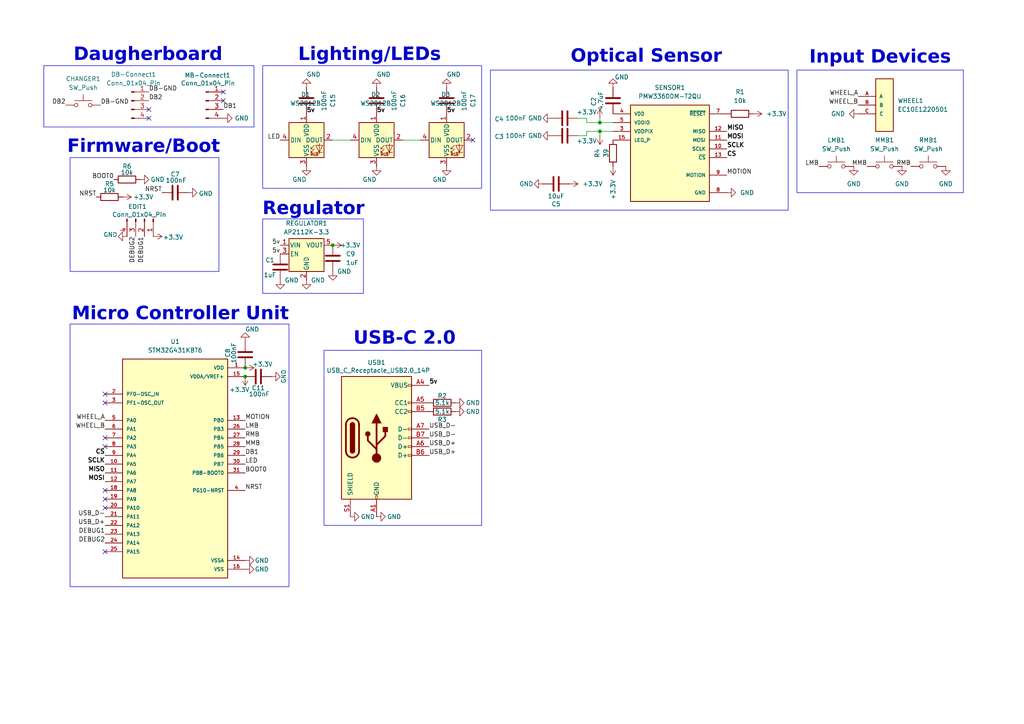
<source format=kicad_sch>
(kicad_sch (version 20250114) (generator "eeschema") (generator_version "9.0")
  (paper "A4")
  (title_block (title "My Custom Mouse") (date "2026-01-03") (company "Synarix"))
  (lib_symbols
    (symbol "Connector:Conn_01x04_Pin" (pin_names (offset 1.016) (hide yes))
      (property "Reference" "J" (at 0 5.08 0))
      (property "Value" "Conn_01x04_Pin" (at 0 -7.62 0))
      (symbol "Conn_01x04_Pin_1_1"
        (rectangle (start 0.8636 2.667) (end 0 2.413) (stroke (width 0.1524)) (fill (type outline)))
        (rectangle (start 0.8636 0.127) (end 0 -0.127) (stroke (width 0.1524)) (fill (type outline)))
        (rectangle (start 0.8636 -2.413) (end 0 -2.667) (stroke (width 0.1524)) (fill (type outline)))
        (rectangle (start 0.8636 -4.953) (end 0 -5.207) (stroke (width 0.1524)) (fill (type outline)))
        (polyline (pts (xy 1.27 2.54) (xy 0.8636 2.54)) (stroke (width 0.1524)))
        (polyline (pts (xy 1.27 0) (xy 0.8636 0)) (stroke (width 0.1524)))
        (polyline (pts (xy 1.27 -2.54) (xy 0.8636 -2.54)) (stroke (width 0.1524)))
        (polyline (pts (xy 1.27 -5.08) (xy 0.8636 -5.08)) (stroke (width 0.1524)))
        (pin passive line (at 5.08 2.54 180) (length 3.81) (name "Pin_1") (number "1"))
        (pin passive line (at 5.08 0 180) (length 3.81) (name "Pin_2") (number "2"))
        (pin passive line (at 5.08 -2.54 180) (length 3.81) (name "Pin_3") (number "3"))
        (pin passive line (at 5.08 -5.08 180) (length 3.81) (name "Pin_4") (number "4"))
      )
    )
    (symbol "Connector:USB_C_Receptacle_USB2.0_14P" (pin_names (offset 1.016))
      (property "Reference" "USB1" (at 0 21.844 0))
      (property "Value" "USB_C_Receptacle_USB2.0_14P" (at 0.508 19.558 0))
      (symbol "USB_C_Receptacle_USB2.0_14P_0_0"
        (rectangle (start -0.254 -17.78) (end 0.254 -16.764))
        (rectangle (start 10.16 15.494) (end 9.144 14.986))
        (rectangle (start 10.16 10.414) (end 9.144 9.906))
        (rectangle (start 10.16 7.874) (end 9.144 7.366))
        (rectangle (start 10.16 2.794) (end 9.144 2.286))
        (rectangle (start 10.16 0.254) (end 9.144 -0.254))
        (rectangle (start 10.16 -2.286) (end 9.144 -2.794))
        (rectangle (start 10.16 -4.826) (end 9.144 -5.334))
      )
      (symbol "USB_C_Receptacle_USB2.0_14P_0_1"
        (rectangle (start -10.16 17.78) (end 10.16 -17.78) (stroke (width 0.254)) (fill (type background)))
        (polyline (pts (xy -8.89 -3.81) (xy -8.89 3.81)) (stroke (width 0.508)))
        (rectangle (start -7.62 -3.81) (end -6.35 3.81) (stroke (width 0.254)) (fill (type outline)))
        (arc (start -7.62 3.81) (mid -6.985 4.4423) (end -6.35 3.81) (stroke (width 0.254)))
        (arc (start -7.62 3.81) (mid -6.985 4.4423) (end -6.35 3.81) (stroke (width 0.254)) (fill (type outline)))
        (arc (start -8.89 3.81) (mid -6.985 5.7067) (end -5.08 3.81) (stroke (width 0.508)))
        (arc (start -5.08 -3.81) (mid -6.985 -5.7067) (end -8.89 -3.81) (stroke (width 0.508)))
        (arc (start -6.35 -3.81) (mid -6.985 -4.4423) (end -7.62 -3.81) (stroke (width 0.254)))
        (arc (start -6.35 -3.81) (mid -6.985 -4.4423) (end -7.62 -3.81) (stroke (width 0.254)) (fill (type outline)))
        (polyline (pts (xy -5.08 3.81) (xy -5.08 -3.81)) (stroke (width 0.508)))
        (circle (center -2.54 1.143) (radius 0.635) (stroke (width 0.254)) (fill (type outline)))
        (polyline (pts (xy -1.27 4.318) (xy 0 6.858) (xy 1.27 4.318) (xy -1.27 4.318)) (stroke (width 0.254)) (fill (type outline)))
        (polyline (pts (xy 0 -2.032) (xy 2.54 0.508) (xy 2.54 1.778)) (stroke (width 0.508)))
        (polyline (pts (xy 0 -3.302) (xy -2.54 -0.762) (xy -2.54 0.508)) (stroke (width 0.508)))
        (polyline (pts (xy 0 -5.842) (xy 0 4.318)) (stroke (width 0.508)))
        (circle (center 0 -5.842) (radius 1.27) (fill (type outline)))
        (rectangle (start 1.905 1.778) (end 3.175 3.048) (stroke (width 0.254)) (fill (type outline)))
      )
      (symbol "USB_C_Receptacle_USB2.0_14P_1_1"
        (pin passive line (at -7.62 -22.86 90) (length 5.08) (name "SHIELD") (number "S1"))
        (pin power_out line (at 0 -22.86 90) (length 5.08) (name "GND") (number "A1"))
        (pin passive line (at 0 -22.86 90) (length 5.08) (hide yes) (name "GND") (number "A12"))
        (pin passive line (at 0 -22.86 90) (length 5.08) (hide yes) (name "GND") (number "B1"))
        (pin passive line (at 0 -22.86 90) (length 5.08) (hide yes) (name "GND") (number "B12"))
        (pin power_out line (at 15.24 15.24 180) (length 5.08) (name "VBUS") (number "A4"))
        (pin passive line (at 15.24 15.24 180) (length 5.08) (hide yes) (name "VBUS") (number "A9"))
        (pin passive line (at 15.24 15.24 180) (length 5.08) (hide yes) (name "VBUS") (number "B4"))
        (pin passive line (at 15.24 15.24 180) (length 5.08) (hide yes) (name "VBUS") (number "B9"))
        (pin bidirectional line (at 15.24 10.16 180) (length 5.08) (name "CC1") (number "A5"))
        (pin bidirectional line (at 15.24 7.62 180) (length 5.08) (name "CC2") (number "B5"))
        (pin bidirectional line (at 15.24 2.54 180) (length 5.08) (name "D-") (number "A7"))
        (pin bidirectional line (at 15.24 0 180) (length 5.08) (name "D-") (number "B7"))
        (pin bidirectional line (at 15.24 -2.54 180) (length 5.08) (name "D+") (number "A6"))
        (pin bidirectional line (at 15.24 -5.08 180) (length 5.08) (name "D+") (number "B6"))
      )
    )
    (symbol "Device:C" (pin_numbers (hide yes)) (pin_names (offset 0.254))
      (property "Reference" "C" (at 0.635 2.54 0))
      (property "Value" "C" (at 0.635 -2.54 0))
      (symbol "C_0_1"
        (polyline (pts (xy -2.032 0.762) (xy 2.032 0.762)) (stroke (width 0.508)))
        (polyline (pts (xy -2.032 -0.762) (xy 2.032 -0.762)) (stroke (width 0.508)))
      )
      (symbol "C_1_1"
        (pin passive line (at 0 3.81 270) (length 2.794) (name "~") (number "1"))
        (pin passive line (at 0 -3.81 90) (length 2.794) (name "~") (number "2"))
      )
    )
    (symbol "Device:R" (pin_numbers (hide yes)) (pin_names (offset 0))
      (property "Reference" "R" (at 2.032 0 90))
      (property "Value" "R" (at 0 0 90))
      (symbol "R_0_1"
        (rectangle (start -1.016 -2.54) (end 1.016 2.54) (stroke (width 0.254)))
      )
      (symbol "R_1_1"
        (pin passive line (at 0 3.81 270) (length 1.27) (name "~") (number "1"))
        (pin passive line (at 0 -3.81 90) (length 1.27) (name "~") (number "2"))
      )
    )
    (symbol "EC10E1220501:EC10E1220501" (pin_names (offset 1.016))
      (property "Reference" "VR" (at -7.6292 8.9007 0))
      (property "Value" "EC10E1220501" (at -7.6282 6.3568 0))
      (symbol "EC10E1220501_0_0"
        (rectangle (start -7.62 0) (end 7.62 5.08) (stroke (width 0.254)) (fill (type background)))
        (pin passive line (at -2.54 -5.08 90) (length 5.08) (name "A") (number "A"))
        (pin passive line (at 0 -5.08 90) (length 5.08) (name "B") (number "B"))
        (pin passive line (at 2.54 -5.08 90) (length 5.08) (name "C") (number "C"))
      )
    )
    (symbol "LED:WS2812B" (pin_names (offset 0.254))
      (property "Reference" "D" (at 5.08 5.715 0))
      (property "Value" "WS2812B" (at 1.27 -5.715 0))
      (symbol "WS2812B_0_0"
        (text "RGB" (at 2.286 -4.191 0) (effects (font (size 0.762 0.762))))
      )
      (symbol "WS2812B_0_1"
        (polyline (pts (xy 1.27 -2.54) (xy 1.778 -2.54)))
        (polyline (pts (xy 1.27 -3.556) (xy 1.778 -3.556)))
        (polyline (pts (xy 2.286 -1.524) (xy 1.27 -2.54) (xy 1.27 -2.032)))
        (polyline (pts (xy 2.286 -2.54) (xy 1.27 -3.556) (xy 1.27 -3.048)))
        (polyline (pts (xy 3.683 -1.016) (xy 3.683 -3.556) (xy 3.683 -4.064)))
        (polyline (pts (xy 4.699 -1.524) (xy 2.667 -1.524) (xy 3.683 -3.556) (xy 4.699 -1.524)))
        (polyline (pts (xy 4.699 -3.556) (xy 2.667 -3.556)))
        (rectangle (start 5.08 5.08) (end -5.08 -5.08) (stroke (width 0.254)) (fill (type background)))
      )
      (symbol "WS2812B_1_1"
        (pin input line (at -7.62 0 0) (length 2.54) (name "DIN") (number "4"))
        (pin power_in line (at 0 7.62 270) (length 2.54) (name "VDD") (number "1"))
        (pin power_in line (at 0 -7.62 90) (length 2.54) (name "VSS") (number "3"))
        (pin output line (at 7.62 0 180) (length 2.54) (name "DOUT") (number "2"))
      )
    )
    (symbol "PMW3360DM-T2QU:PMW3360DM-T2QU" (pin_names (offset 1.016))
      (property "Reference" "U" (at -12.7 13.335 0))
      (property "Value" "PMW3360DM-T2QU" (at -12.7 -17.78 0))
      (symbol "PMW3360DM-T2QU_0_0"
        (rectangle (start -12.7 -15.24) (end 10.16 12.7) (stroke (width 0.254)) (fill (type background)))
        (pin bidirectional line (at -17.78 10.16 0) (length 5.08) (name "VDD") (number "4"))
        (pin bidirectional line (at -17.78 7.62 0) (length 5.08) (name "VDDIO") (number "5"))
        (pin bidirectional line (at -17.78 5.08 0) (length 5.08) (name "VDDPIX") (number "3"))
        (pin bidirectional line (at -17.78 2.54 0) (length 5.08) (name "LED_P") (number "15"))
        (pin bidirectional line (at 15.24 10.16 180) (length 5.08) (name "~{RESET}") (number "7"))
        (pin bidirectional line (at 15.24 5.08 180) (length 5.08) (name "MISO") (number "12"))
        (pin bidirectional line (at 15.24 2.54 180) (length 5.08) (name "MOSI") (number "11"))
        (pin bidirectional line (at 15.24 0 180) (length 5.08) (name "SCLK") (number "10"))
        (pin bidirectional line (at 15.24 -2.54 180) (length 5.08) (name "~{CS}") (number "13"))
        (pin bidirectional line (at 15.24 -7.62 180) (length 5.08) (name "MOTION") (number "9"))
        (pin bidirectional line (at 15.24 -12.7 180) (length 5.08) (name "GND") (number "8"))
      )
    )
    (symbol "Regulator_Linear:AP2112K-3.3" (pin_names (offset 0.254))
      (property "Reference" "U" (at -5.08 5.715 0))
      (property "Value" "AP2112K-3.3" (at 0 5.715 0))
      (symbol "AP2112K-3.3_0_1"
        (rectangle (start -5.08 4.445) (end 5.08 -5.08) (stroke (width 0.254)) (fill (type background)))
      )
      (symbol "AP2112K-3.3_1_1"
        (pin power_in line (at -7.62 2.54 0) (length 2.54) (name "VIN") (number "1"))
        (pin input line (at -7.62 0 0) (length 2.54) (name "EN") (number "3"))
        (pin power_in line (at 0 -7.62 90) (length 2.54) (name "GND") (number "2"))
        (pin no_connect line (at 5.08 0 180) (length 2.54) (hide yes) (name "NC") (number "4"))
        (pin power_out line (at 7.62 2.54 180) (length 2.54) (name "VOUT") (number "5"))
      )
    )
    (symbol "STM32G431KBT6:STM32G431KBT6" (pin_names (offset 1.016))
      (property "Reference" "U" (at -15.24 34.29 0))
      (property "Value" "STM32G431KBT6" (at -15.24 -31.75 0))
      (symbol "STM32G431KBT6_0_0"
        (rectangle (start -15.24 -30.48) (end 15.24 33.02) (stroke (width 0.254)) (fill (type background)))
        (pin input line (at -20.32 22.86 0) (length 5.08) (name "PF0-OSC_IN") (number "2"))
        (pin output line (at -20.32 20.32 0) (length 5.08) (name "PF1-OSC_OUT") (number "3"))
        (pin bidirectional line (at -20.32 15.24 0) (length 5.08) (name "PA0") (number "5"))
        (pin bidirectional line (at -20.32 12.7 0) (length 5.08) (name "PA1") (number "6"))
        (pin bidirectional line (at -20.32 10.16 0) (length 5.08) (name "PA2") (number "7"))
        (pin bidirectional line (at -20.32 7.62 0) (length 5.08) (name "PA3") (number "8"))
        (pin bidirectional line (at -20.32 5.08 0) (length 5.08) (name "PA4") (number "9"))
        (pin bidirectional line (at -20.32 2.54 0) (length 5.08) (name "PA5") (number "10"))
        (pin bidirectional line (at -20.32 0 0) (length 5.08) (name "PA6") (number "11"))
        (pin bidirectional line (at -20.32 -2.54 0) (length 5.08) (name "PA7") (number "12"))
        (pin bidirectional line (at -20.32 -5.08 0) (length 5.08) (name "PA8") (number "18"))
        (pin bidirectional line (at -20.32 -7.62 0) (length 5.08) (name "PA9") (number "19"))
        (pin bidirectional line (at -20.32 -10.16 0) (length 5.08) (name "PA10") (number "20"))
        (pin bidirectional line (at -20.32 -12.7 0) (length 5.08) (name "PA11") (number "21"))
        (pin bidirectional line (at -20.32 -15.24 0) (length 5.08) (name "PA12") (number "22"))
        (pin bidirectional line (at -20.32 -17.78 0) (length 5.08) (name "PA13") (number "23"))
        (pin bidirectional line (at -20.32 -20.32 0) (length 5.08) (name "PA14") (number "24"))
        (pin bidirectional line (at -20.32 -22.86 0) (length 5.08) (name "PA15") (number "25"))
        (pin power_in line (at 20.32 30.48 180) (length 5.08) (name "VDD") (number "1"))
        (pin power_in line (at 20.32 30.48 180) (length 5.08) (hide yes) (name "VDD") (number "17"))
        (pin power_in line (at 20.32 27.94 180) (length 5.08) (name "VDDA/VREF+") (number "15"))
        (pin bidirectional line (at 20.32 15.24 180) (length 5.08) (name "PB0") (number "13"))
        (pin bidirectional line (at 20.32 12.7 180) (length 5.08) (name "PB3") (number "26"))
        (pin bidirectional line (at 20.32 10.16 180) (length 5.08) (name "PB4") (number "27"))
        (pin bidirectional line (at 20.32 7.62 180) (length 5.08) (name "PB5") (number "28"))
        (pin bidirectional line (at 20.32 5.08 180) (length 5.08) (name "PB6") (number "29"))
        (pin bidirectional line (at 20.32 2.54 180) (length 5.08) (name "PB7") (number "30"))
        (pin bidirectional line (at 20.32 0 180) (length 5.08) (name "PB8-BOOT0") (number "31"))
        (pin bidirectional line (at 20.32 -5.08 180) (length 5.08) (name "PG10-NRST") (number "4"))
        (pin power_in line (at 20.32 -25.4 180) (length 5.08) (name "VSSA") (number "14"))
        (pin power_in line (at 20.32 -27.94 180) (length 5.08) (name "VSS") (number "16"))
        (pin power_in line (at 20.32 -27.94 180) (length 5.08) (hide yes) (name "VSS") (number "32"))
      )
    )
    (symbol "Switch:SW_Push" (pin_numbers (hide yes)) (pin_names (offset 1.016) (hide yes))
      (property "Reference" "SW" (at 1.27 2.54 0))
      (property "Value" "SW_Push" (at 0 -1.524 0))
      (symbol "SW_Push_0_1"
        (circle (center -2.032 0) (radius 0.508))
        (polyline (pts (xy 0 1.27) (xy 0 3.048)))
        (circle (center 2.032 0) (radius 0.508))
        (polyline (pts (xy 2.54 1.27) (xy -2.54 1.27)))
        (pin passive line (at -5.08 0 0) (length 2.54) (name "1") (number "1"))
        (pin passive line (at 5.08 0 180) (length 2.54) (name "2") (number "2"))
      )
    )
    (symbol "power:+3.3V" (power) (pin_numbers (hide yes)) (pin_names (offset 0) (hide yes))
      (property "Value" "+3.3V" (at 0 3.556 0))
      (symbol "+3.3V_0_1"
        (polyline (pts (xy -0.762 1.27) (xy 0 2.54)))
        (polyline (pts (xy 0 2.54) (xy 0.762 1.27)))
        (polyline (pts (xy 0 0) (xy 0 2.54)))
      )
      (symbol "+3.3V_1_1"
        (pin power_in line (at 0 0 90) (length 0) (name "~") (number "1"))
      )
    )
    (symbol "power:GND" (power) (pin_numbers (hide yes)) (pin_names (offset 0) (hide yes))
      (property "Value" "GND" (at 0 -3.81 0))
      (symbol "GND_0_1"
        (polyline (pts (xy 0 0) (xy 0 -1.27) (xy 1.27 -1.27) (xy 0 -2.54) (xy -1.27 -1.27) (xy 0 -1.27)))
      )
      (symbol "GND_1_1"
        (pin power_in line (at 0 0 270) (length 0) (name "~") (number "1"))
      )
    )
  )
  (rectangle (start 231.14 20.32) (end 279.4 55.88))
  (rectangle (start 12.7 19.05) (end 73.66 36.83))
  (rectangle (start 76.2 19.05) (end 139.7 54.61))
  (rectangle (start 93.98 101.6) (end 139.7 152.4))
  (rectangle (start 142.24 20.32) (end 228.6 60.96))
  (rectangle (start 20.32 45.72) (end 63.5 78.74))
  (rectangle (start 76.2 63.5) (end 105.41 85.09))
  (rectangle (start 20.32 93.98) (end 83.82 170.18))
  (text "Input Devices" (at 255.27 17.78 0) (effects (font (size 3.81 3.81) (bold yes))))
  (text "USB-C 2.0" (at 117.348 99.314 0) (effects (font (size 3.81 3.81) (bold yes))))
  (text "Micro Controller Unit" (at 52.324 92.202 0) (effects (font (size 3.81 3.81) (bold yes))))
  (text "Lighting/LEDs" (at 107.188 17.018 0) (effects (font (size 3.81 3.81) (bold yes))))
  (text "Optical Sensor" (at 187.452 17.526 0) (effects (font (size 3.81 3.81) (bold yes))))
  (text "Firmware/Boot" (at 41.656 43.688 0) (effects (font (size 3.81 3.81) (bold yes))))
  (text "Regulator" (at 90.932 61.722 0) (effects (font (size 3.81 3.81) (bold yes))))
  (text "Daugherboard" (at 42.926 17.018 0) (effects (font (size 3.81 3.81) (bold yes))))
  (junction (at 71.12 109.22))
  (junction (at 71.12 106.68))
  (junction (at 173.99 38.1))
  (junction (at 173.99 35.56))
  (junction (at 96.52 71.12))
  (no_connect (at 30.48 160.02))
  (no_connect (at 30.48 144.78))
  (no_connect (at 43.18 34.29))
  (no_connect (at 64.77 26.67))
  (no_connect (at 30.48 127))
  (no_connect (at 137.16 40.64))
  (no_connect (at 64.77 29.21))
  (no_connect (at 30.48 142.24))
  (no_connect (at 30.48 114.3))
  (no_connect (at 43.18 31.75))
  (no_connect (at 30.48 129.54))
  (no_connect (at 30.48 116.84))
  (no_connect (at 30.48 147.32))
  (wire (pts (xy 170.18 38.1) (xy 173.99 38.1)))
  (wire (pts (xy 173.99 35.56) (xy 177.8 35.56)))
  (wire (pts (xy 173.99 38.1) (xy 177.8 38.1)))
  (wire (pts (xy 173.99 39.37) (xy 173.99 38.1)))
  (wire (pts (xy 170.18 39.37) (xy 170.18 38.1)))
  (wire (pts (xy 173.99 34.29) (xy 173.99 35.56)))
  (wire (pts (xy 96.52 40.64) (xy 101.6 40.64)))
  (wire (pts (xy 116.84 40.64) (xy 121.92 40.64)))
  (wire (pts (xy 167.64 34.29) (xy 170.18 34.29)))
  (wire (pts (xy 170.18 35.56) (xy 173.99 35.56)))
  (wire (pts (xy 170.18 34.29) (xy 170.18 35.56)))
  (wire (pts (xy 167.64 39.37) (xy 170.18 39.37)))
  (label "CS" (at 210.82 45.72 0) (effects (font (thickness 0.254) (bold yes))))
  (label "NRST" (at 71.12 142.24 0))
  (label "5v" (at 81.28 71.12 180))
  (label "CS" (at 30.48 132.08 180) (effects (font (thickness 0.254) (bold yes))))
  (label "5v" (at 109.22 33.02 0) (effects (font (thickness 0.254) (bold yes))))
  (label "BOOT0" (at 71.12 137.16 0))
  (label "SCLK" (at 210.82 43.18 0) (effects (font (thickness 0.254) (bold yes))))
  (label "DEBUG1" (at 30.48 154.94 180))
  (label "MMB" (at 251.46 48.26 180))
  (label "MOTION" (at 210.82 50.8 0))
  (label "USB_D+" (at 30.48 152.4 180))
  (label "USB_D-" (at 30.48 149.86 180))
  (label "USB_D-" (at 124.46 124.46 0))
  (label "DB1" (at 71.12 132.08 0))
  (label "DEBUG2" (at 39.37 68.58 270))
  (label "WHEEL_A" (at 248.92 27.94 180))
  (label "DB-GND" (at 43.18 26.67 0))
  (label "DB2" (at 43.18 29.21 0))
  (label "WHEEL_B" (at 248.92 30.48 180))
  (label "DB1" (at 64.77 31.75 0))
  (label "SCLK" (at 30.48 134.62 180) (effects (font (thickness 0.254) (bold yes))))
  (label "LMB" (at 237.49 48.26 180))
  (label "DB-GND" (at 29.21 30.48 0))
  (label "5v" (at 124.46 111.76 0) (effects (font (thickness 0.254) (bold yes))))
  (label "DEBUG2" (at 30.48 157.48 180))
  (label "WHEEL_A" (at 30.48 121.92 180))
  (label "MISO" (at 30.48 137.16 180) (effects (font (thickness 0.254) (bold yes))))
  (label "WHEEL_B" (at 30.48 124.46 180))
  (label "NRST" (at 27.94 57.15 180))
  (label "MOSI" (at 210.82 40.64 0) (effects (font (thickness 0.254) (bold yes))))
  (label "LMB" (at 71.12 124.46 0))
  (label "DEBUG1" (at 41.91 68.58 270))
  (label "MOTION" (at 71.12 121.92 0))
  (label "USB_D+" (at 124.46 132.08 0))
  (label "DB2" (at 19.05 30.48 180))
  (label "USB_D-" (at 124.46 127 0))
  (label "LED" (at 71.12 134.62 0))
  (label "5v" (at 88.9 33.02 0) (effects (font (thickness 0.254) (bold yes))))
  (label "BOOT0" (at 33.02 52.07 180))
  (label "MOSI" (at 30.48 139.7 180) (effects (font (thickness 0.254) (bold yes))))
  (label "RMB" (at 264.16 48.26 180))
  (label "USB_D+" (at 124.46 129.54 0))
  (label "MISO" (at 210.82 38.1 0) (effects (font (thickness 0.254) (bold yes))))
  (label "MMB" (at 71.12 129.54 0))
  (label "LED" (at 81.28 40.64 180))
  (label "NRST" (at 46.99 55.88 180))
  (label "RMB" (at 71.12 127 0))
  (label "5v" (at 129.54 33.02 0) (effects (font (thickness 0.254) (bold yes))))
  (label "5v" (at 81.28 73.66 180))
  (symbol (lib_id "power:GND") (at 109.22 48.26 0) (unit 1)
    (property "Reference" "#PWR044" (effects (hide yes)))
    (property "Value" "GND" (at 109.2199 52.07 0) (effects (justify right)))
    (property "Description" "Power symbol creates a global label with name \"GND\" , ground" (effects (hide yes)))
  )
  (symbol (lib_id "power:GND") (at 160.02 39.37 270) (unit 1)
    (property "Reference" "#PWR011" (effects (hide yes)))
    (property "Value" "GND" (at 153.162 39.37 90) (effects (justify left)))
    (property "Description" "Power symbol creates a global label with name \"GND\" , ground" (effects (hide yes)))
  )
  (symbol (lib_id "power:GND") (at 101.6 149.86 90) (unit 1)
    (property "Reference" "#PWR06" (effects (hide yes)))
    (property "Value" "GND" (at 104.648 149.86 90) (effects (justify right)))
    (property "Description" "Power symbol creates a global label with name \"GND\" , ground" (effects (hide yes)))
  )
  (symbol (lib_id "LED:WS2812B") (at 109.22 40.64 0) (unit 1)
    (property "Reference" "D2" (at 108.966 27.432 0))
    (property "Value" "WS2812B" (at 108.966 29.972 0))
    (property "Footprint" "LED_THT:LED_D5.0mm-4_RGB" (effects (hide yes)))
    (property "Datasheet" "https://cdn-shop.adafruit.com/datasheets/WS2812B.pdf" (effects (hide yes)))
    (property "Description" "RGB LED with integrated controller" (effects (hide yes)))
  )
  (symbol (lib_id "Device:C") (at 163.83 34.29 270) (unit 1)
    (property "Reference" "C4" (at 144.78 34.544 90))
    (property "Value" "100nF" (at 149.606 34.29 90))
    (property "Footprint" "Capacitor_SMD:C_0603_1608Metric" (effects (hide yes)))
    (property "Description" "Unpolarized capacitor" (effects (hide yes)))
  )
  (symbol (lib_id "power:+3.3V") (at 218.44 33.02 270) (unit 1)
    (property "Reference" "#PWR01" (effects (hide yes)))
    (property "Value" "+3.3V" (at 222.25 33.0199 90) (effects (justify left)))
    (property "Description" "Power symbol creates a global label with name \"+3.3V\"" (effects (hide yes)))
  )
  (symbol (lib_id "power:GND") (at 129.54 25.4 180) (unit 1)
    (property "Reference" "#PWR048" (effects (hide yes)))
    (property "Value" "GND" (at 129.5401 21.59 0) (effects (justify right)))
    (property "Description" "Power symbol creates a global label with name \"GND\" , ground" (effects (hide yes)))
  )
  (symbol (lib_id "power:GND") (at 88.9 25.4 180) (unit 1)
    (property "Reference" "#PWR046" (effects (hide yes)))
    (property "Value" "GND" (at 88.9001 21.59 0) (effects (justify right)))
    (property "Description" "Power symbol creates a global label with name \"GND\" , ground" (effects (hide yes)))
  )
  (symbol (lib_id "power:GND") (at 274.32 48.26 0) (unit 1)
    (property "Reference" "#PWR015" (effects (hide yes)))
    (property "Value" "GND" (at 274.32 53.34 0))
    (property "Description" "Power symbol creates a global label with name \"GND\" , ground" (effects (hide yes)))
  )
  (symbol (lib_id "LED:WS2812B") (at 129.54 40.64 0) (unit 1)
    (property "Reference" "D3" (at 129.286 27.432 0))
    (property "Value" "WS2812B" (at 129.286 29.972 0))
    (property "Footprint" "LED_THT:LED_D5.0mm-4_RGB" (effects (hide yes)))
    (property "Datasheet" "https://cdn-shop.adafruit.com/datasheets/WS2812B.pdf" (effects (hide yes)))
    (property "Description" "RGB LED with integrated controller" (effects (hide yes)))
  )
  (symbol (lib_id "power:GND") (at 78.74 109.22 90) (unit 1)
    (property "Reference" "#PWR026" (effects (hide yes)))
    (property "Value" "GND" (at 82.296 111.252 0) (effects (justify left)))
    (property "Description" "Power symbol creates a global label with name \"GND\" , ground" (effects (hide yes)))
  )
  (symbol (lib_id "power:+3.3V") (at 177.8 48.26 180) (unit 1)
    (property "Reference" "#PWR012" (effects (hide yes)))
    (property "Value" "+3.3V" (at 177.7999 52.07 90) (effects (justify left)))
    (property "Description" "Power symbol creates a global label with name \"+3.3V\"" (effects (hide yes)))
  )
  (symbol (lib_id "power:GND") (at 132.08 116.84 90) (unit 1)
    (property "Reference" "#PWR03" (effects (hide yes)))
    (property "Value" "GND" (at 135.128 116.84 90) (effects (justify right)))
    (property "Description" "Power symbol creates a global label with name \"GND\" , ground" (effects (hide yes)))
  )
  (symbol (lib_id "Device:C") (at 177.8 29.21 0) (unit 1)
    (property "Reference" "C2" (at 172.212 29.464 90))
    (property "Value" "4.7uF" (at 174.244 29.21 90))
    (property "Footprint" "Capacitor_SMD:C_0603_1608Metric" (effects (hide yes)))
    (property "Description" "Unpolarized capacitor" (effects (hide yes)))
  )
  (symbol (lib_id "Device:C") (at 129.54 29.21 0) (unit 1)
    (property "Reference" "C17" (at 137.16 29.21 90))
    (property "Value" "100nF" (at 134.62 29.21 90))
    (property "Footprint" "Capacitor_SMD:C_0603_1608Metric" (effects (hide yes)))
    (property "Description" "Unpolarized capacitor" (effects (hide yes)))
  )
  (symbol (lib_id "Device:R") (at 214.63 33.02 90) (unit 1)
    (property "Reference" "R1" (at 214.63 26.67 90))
    (property "Value" "10k" (at 214.63 29.21 90))
    (property "Footprint" "Resistor_SMD:R_0603_1608Metric" (effects (hide yes)))
    (property "Description" "Resistor" (effects (hide yes)))
  )
  (symbol (lib_id "Regulator_Linear:AP2112K-3.3") (at 88.9 73.66 0) (unit 1)
    (property "Reference" "REGULATOR1" (at 88.9 64.77 0))
    (property "Value" "AP2112K-3.3" (at 88.9 67.31 0))
    (property "Footprint" "Package_TO_SOT_SMD:SOT-23-5" (effects (hide yes)))
    (property "Datasheet" "https://www.diodes.com/assets/Datasheets/AP2112.pdf" (effects (hide yes)))
    (property "Description" "600mA low dropout linear regulator, with enable pin, 3.8V-6V input voltage range, 3.3V fixed positive output, SOT-23-5" (effects (hide yes)))
  )
  (symbol (lib_id "PMW3360DM-T2QU:PMW3360DM-T2QU") (at 195.58 43.18 0) (unit 1)
    (property "Reference" "SENSOR1" (at 194.31 25.4 0))
    (property "Value" "PMW3360DM-T2QU" (at 194.31 27.94 0))
    (property "Footprint" "Sensor_Mouse:PMW3360" (effects (hide yes)))
    (property "MANUFACTURER_NAME" "PixArt Imaging Inc." (effects (hide yes)))
    (property "MF" "PixArt" (effects (hide yes)))
    (property "DESCRIPTION" "Optical gaming navigation sensor" (effects (hide yes)))
    (property "Price" "None" (effects (hide yes)))
    (property "Package" "None" (effects (hide yes)))
    (property "Check_prices" "https://www.snapeda.com/parts/PMW3360DM-T2QU/PixArt/view-part/?ref=eda" (effects (hide yes)))
    (property "HEIGHT" "mm" (effects (hide yes)))
    (property "MP" "PMW3360DM-T2QU" (effects (hide yes)))
    (property "SnapEDA_Link" "https://www.snapeda.com/parts/PMW3360DM-T2QU/PixArt/view-part/?ref=snap" (effects (hide yes)))
    (property "Availability" "Not in stock" (effects (hide yes)))
    (property "MANUFACTURER_PART_NUMBER" "PMW3360DM-T2QU" (effects (hide yes)))
  )
  (symbol (lib_id "Device:C") (at 96.52 74.93 0) (unit 1)
    (property "Reference" "C9" (at 100.33 73.6599 0) (effects (justify left)))
    (property "Value" "1uF" (at 100.33 76.1999 0) (effects (justify left)))
    (property "Footprint" "Capacitor_SMD:C_0603_1608Metric" (effects (hide yes)))
    (property "Description" "Unpolarized capacitor" (effects (hide yes)))
  )
  (symbol (lib_id "power:+3.3V") (at 173.99 39.37 180) (unit 1)
    (property "Reference" "#PWR024" (effects (hide yes)))
    (property "Value" "+3.3V" (at 170.18 40.894 0))
    (property "Description" "Power symbol creates a global label with name \"+3.3V\"" (effects (hide yes)))
  )
  (symbol (lib_id "Device:C") (at 88.9 29.21 0) (unit 1)
    (property "Reference" "C15" (at 96.52 29.21 90))
    (property "Value" "100nF" (at 93.98 29.21 90))
    (property "Footprint" "Capacitor_SMD:C_0603_1608Metric" (effects (hide yes)))
    (property "Description" "Unpolarized capacitor" (effects (hide yes)))
  )
  (symbol (lib_id "Switch:SW_Push") (at 256.54 48.26 0) (unit 1)
    (property "Reference" "MMB1" (at 256.54 40.64 0))
    (property "Value" "SW_Push" (at 256.54 43.18 0))
    (property "Footprint" "Button_Switch_THT:SW_PUSH_6mm_H7.3mm" (effects (hide yes)))
    (property "Description" "Push button switch, generic, two pins" (effects (hide yes)))
  )
  (symbol (lib_id "power:GND") (at 81.28 81.28 0) (unit 1)
    (property "Reference" "#PWR013" (effects (hide yes)))
    (property "Value" "GND" (at 82.55 81.28 0) (effects (justify left)))
    (property "Description" "Power symbol creates a global label with name \"GND\" , ground" (effects (hide yes)))
  )
  (symbol (lib_id "power:GND") (at 210.82 55.88 90) (unit 1)
    (property "Reference" "#PWR08" (effects (hide yes)))
    (property "Value" "GND" (at 214.63 55.8799 90) (effects (justify right)))
    (property "Description" "Power symbol creates a global label with name \"GND\" , ground" (effects (hide yes)))
  )
  (symbol (lib_id "Device:C") (at 109.22 29.21 0) (unit 1)
    (property "Reference" "C16" (at 116.84 29.21 90))
    (property "Value" "100nF" (at 114.3 29.21 90))
    (property "Footprint" "Capacitor_SMD:C_0603_1608Metric" (effects (hide yes)))
    (property "Description" "Unpolarized capacitor" (effects (hide yes)))
  )
  (symbol (lib_id "power:GND") (at 132.08 119.38 90) (unit 1)
    (property "Reference" "#PWR010" (effects (hide yes)))
    (property "Value" "GND" (at 135.128 119.38 90) (effects (justify right)))
    (property "Description" "Power symbol creates a global label with name \"GND\" , ground" (effects (hide yes)))
  )
  (symbol (lib_id "Device:C") (at 161.29 53.34 90) (unit 1)
    (property "Reference" "C5" (at 161.29 59.182 90))
    (property "Value" "10uF" (at 161.29 56.896 90))
    (property "Footprint" "Capacitor_SMD:C_0603_1608Metric" (effects (hide yes)))
    (property "Description" "Unpolarized capacitor" (effects (hide yes)))
  )
  (symbol (lib_id "power:GND") (at 36.83 68.58 270) (unit 1)
    (property "Reference" "#PWR035" (effects (hide yes)))
    (property "Value" "GND" (at 29.972 68.072 90) (effects (justify left)))
    (property "Description" "Power symbol creates a global label with name \"GND\" , ground" (effects (hide yes)))
  )
  (symbol (lib_id "Device:R") (at 128.27 119.38 90) (unit 1)
    (property "Reference" "R3" (at 128.27 121.666 90))
    (property "Value" "5.1k" (at 128.27 119.38 90))
    (property "Footprint" "Resistor_SMD:R_0603_1608Metric" (effects (hide yes)))
    (property "Description" "Resistor" (effects (hide yes)))
  )
  (symbol (lib_id "Device:R") (at 36.83 52.07 90) (unit 1)
    (property "Reference" "R6" (at 36.83 48.26 90))
    (property "Value" "10k" (at 36.83 50.038 90))
    (property "Footprint" "Resistor_SMD:R_0603_1608Metric" (effects (hide yes)))
    (property "Description" "Resistor" (effects (hide yes)))
  )
  (symbol (lib_id "Device:R") (at 31.75 57.15 90) (unit 1)
    (property "Reference" "R5" (at 31.75 53.34 90))
    (property "Value" "10k" (at 31.75 55.118 90))
    (property "Footprint" "Resistor_SMD:R_0603_1608Metric" (effects (hide yes)))
    (property "Description" "Resistor" (effects (hide yes)))
  )
  (symbol (lib_id "power:GND") (at 71.12 162.56 90) (unit 1)
    (property "Reference" "#PWR036" (effects (hide yes)))
    (property "Value" "GND" (at 77.978 162.56 90) (effects (justify left)))
    (property "Description" "Power symbol creates a global label with name \"GND\" , ground" (effects (hide yes)))
  )
  (symbol (lib_id "power:GND") (at 88.9 81.28 0) (unit 1)
    (property "Reference" "#PWR09" (effects (hide yes)))
    (property "Value" "GND" (at 90.17 81.28 0) (effects (justify left)))
    (property "Description" "Power symbol creates a global label with name \"GND\" , ground" (effects (hide yes)))
  )
  (symbol (lib_id "power:GND") (at 129.54 48.26 0) (unit 1)
    (property "Reference" "#PWR022" (effects (hide yes)))
    (property "Value" "GND" (at 129.5399 52.07 0) (effects (justify right)))
    (property "Description" "Power symbol creates a global label with name \"GND\" , ground" (effects (hide yes)))
  )
  (symbol (lib_id "Device:R") (at 177.8 44.45 0) (unit 1)
    (property "Reference" "R4" (at 173.228 44.45 90))
    (property "Value" "39" (at 175.768 44.45 90))
    (property "Footprint" "Resistor_SMD:R_0603_1608Metric" (effects (hide yes)))
    (property "Description" "Resistor" (effects (hide yes)))
  )
  (symbol (lib_id "power:GND") (at 160.02 34.29 270) (unit 1)
    (property "Reference" "#PWR020" (effects (hide yes)))
    (property "Value" "GND" (at 153.162 34.29 90) (effects (justify left)))
    (property "Description" "Power symbol creates a global label with name \"GND\" , ground" (effects (hide yes)))
  )
  (symbol (lib_id "power:GND") (at 109.22 149.86 90) (unit 1)
    (property "Reference" "#PWR02" (effects (hide yes)))
    (property "Value" "GND" (at 112.268 149.86 90) (effects (justify right)))
    (property "Description" "Power symbol creates a global label with name \"GND\" , ground" (effects (hide yes)))
  )
  (symbol (lib_id "power:GND") (at 88.9 48.26 0) (unit 1)
    (property "Reference" "#PWR05" (effects (hide yes)))
    (property "Value" "GND" (at 88.8999 52.07 0) (effects (justify right)))
    (property "Description" "Power symbol creates a global label with name \"GND\" , ground" (effects (hide yes)))
  )
  (symbol (lib_id "Connector:Conn_01x04_Pin") (at 38.1 29.21 0) (unit 1)
    (property "Reference" "DB-Connect1" (at 38.735 21.59 0))
    (property "Value" "Conn_01x04_Pin" (at 38.735 24.13 0))
    (property "Footprint" "Connector_JST:JST_SH_SM04B-SRSS-TB_1x04-1MP_P1.00mm_Horizontal" (effects (hide yes)))
    (property "Description" "Generic connector, single row, 01x04, script generated" (effects (hide yes)))
  )
  (symbol (lib_id "power:+3.3V") (at 173.99 34.29 0) (unit 1)
    (property "Reference" "#PWR025" (effects (hide yes)))
    (property "Value" "+3.3V" (at 170.18 32.512 0))
    (property "Description" "Power symbol creates a global label with name \"+3.3V\"" (effects (hide yes)))
  )
  (symbol (lib_id "power:+3.3V") (at 96.52 71.12 270) (unit 1)
    (property "Reference" "#PWR018" (effects (hide yes)))
    (property "Value" "+3.3V" (at 101.6 71.12 90))
    (property "Description" "Power symbol creates a global label with name \"+3.3V\"" (effects (hide yes)))
  )
  (symbol (lib_id "power:GND") (at 157.48 53.34 270) (unit 1)
    (property "Reference" "#PWR021" (effects (hide yes)))
    (property "Value" "GND" (at 150.622 53.34 90) (effects (justify left)))
    (property "Description" "Power symbol creates a global label with name \"GND\" , ground" (effects (hide yes)))
  )
  (symbol (lib_id "power:+3.3V") (at 44.45 68.58 270) (unit 1)
    (property "Reference" "#PWR023" (effects (hide yes)))
    (property "Value" "+3.3V" (at 47.244 68.834 90) (effects (justify left)))
    (property "Description" "Power symbol creates a global label with name \"+3.3V\"" (effects (hide yes)))
  )
  (symbol (lib_id "Connector:Conn_01x04_Pin") (at 59.69 29.21 0) (unit 1)
    (property "Reference" "MB-Connect1" (at 60.198 21.844 0))
    (property "Value" "Conn_01x04_Pin" (at 60.325 24.13 0))
    (property "Footprint" "Connector_JST:JST_SH_SM04B-SRSS-TB_1x04-1MP_P1.00mm_Horizontal" (effects (hide yes)))
    (property "Description" "Generic connector, single row, 01x04, script generated" (effects (hide yes)))
  )
  (symbol (lib_id "power:+3.3V") (at 71.12 106.68 270) (unit 1)
    (property "Reference" "#PWR027" (effects (hide yes)))
    (property "Value" "+3.3V" (at 73.152 105.664 90) (effects (justify left)))
    (property "Description" "Power symbol creates a global label with name \"+3.3V\"" (effects (hide yes)))
  )
  (symbol (lib_id "Switch:SW_Push") (at 269.24 48.26 0) (unit 1)
    (property "Reference" "RMB1" (at 269.24 40.64 0))
    (property "Value" "SW_Push" (at 269.24 43.18 0))
    (property "Footprint" "Button_Switch_THT:SW_PUSH_6mm_H7.3mm" (effects (hide yes)))
    (property "Description" "Push button switch, generic, two pins" (effects (hide yes)))
  )
  (symbol (lib_id "power:GND") (at 247.65 48.26 0) (unit 1)
    (property "Reference" "#PWR016" (effects (hide yes)))
    (property "Value" "GND" (at 247.65 53.34 0))
    (property "Description" "Power symbol creates a global label with name \"GND\" , ground" (effects (hide yes)))
  )
  (symbol (lib_id "Device:R") (at 128.27 116.84 90) (unit 1)
    (property "Reference" "R2" (at 128.27 114.808 90))
    (property "Value" "5.1k" (at 128.27 116.84 90))
    (property "Footprint" "Resistor_SMD:R_0603_1608Metric" (effects (hide yes)))
    (property "Description" "Resistor" (effects (hide yes)))
  )
  (symbol (lib_id "power:GND") (at 109.22 25.4 180) (unit 1)
    (property "Reference" "#PWR047" (effects (hide yes)))
    (property "Value" "GND" (at 109.2201 21.59 0) (effects (justify right)))
    (property "Description" "Power symbol creates a global label with name \"GND\" , ground" (effects (hide yes)))
  )
  (symbol (lib_id "power:GND") (at 54.61 55.88 90) (unit 1)
    (property "Reference" "#PWR030" (effects (hide yes)))
    (property "Value" "GND" (at 61.722 56.134 90) (effects (justify left)))
    (property "Description" "Power symbol creates a global label with name \"GND\" , ground" (effects (hide yes)))
  )
  (symbol (lib_id "Connector:USB_C_Receptacle_USB2.0_14P") (at 109.22 127 0) (unit 1)
    (property "Reference" "USB1" (at 109.22 105.156 0))
    (property "Value" "USB_C_Receptacle_USB2.0_14P" (at 109.728 107.442 0))
    (property "Footprint" "Connector_USB:USB_C_Receptacle_HRO_TYPE-C-31-M-12" (effects (hide yes)))
    (property "Datasheet" "https://www.usb.org/sites/default/files/documents/usb_type-c.zip" (effects (hide yes)))
    (property "Description" "USB 2.0-only 14P Type-C Receptacle connector" (effects (hide yes)))
    (property "FT Rotation Offset" "90" (effects (hide yes)))
    (property "FT Position Offset" "0, 2" (effects (hide yes)))
  )
  (symbol (lib_id "Switch:SW_Push") (at 24.13 30.48 0) (unit 1)
    (property "Reference" "CHANGER1" (at 24.13 22.86 0))
    (property "Value" "SW_Push" (at 24.13 25.4 0))
    (property "Footprint" "Button_Switch_THT:SW_PUSH_6mm_H7.3mm" (effects (hide yes)))
    (property "Description" "Push button switch, generic, two pins" (effects (hide yes)))
  )
  (symbol (lib_id "LED:WS2812B") (at 88.9 40.64 0) (unit 1)
    (property "Reference" "D1" (at 88.646 27.432 0))
    (property "Value" "WS2812B" (at 88.646 29.972 0))
    (property "Footprint" "LED_THT:LED_D5.0mm-4_RGB" (effects (hide yes)))
    (property "Datasheet" "https://cdn-shop.adafruit.com/datasheets/WS2812B.pdf" (effects (hide yes)))
    (property "Description" "RGB LED with integrated controller" (effects (hide yes)))
  )
  (symbol (lib_id "Switch:SW_Push") (at 242.57 48.26 0) (unit 1)
    (property "Reference" "LMB1" (at 242.57 40.64 0))
    (property "Value" "SW_Push" (at 242.57 43.18 0))
    (property "Footprint" "Button_Switch_THT:SW_PUSH_6mm_H7.3mm" (effects (hide yes)))
    (property "Description" "Push button switch, generic, two pins" (effects (hide yes)))
  )
  (symbol (lib_id "Device:C") (at 81.28 77.47 0) (unit 1)
    (property "Reference" "C1" (at 76.962 75.438 0) (effects (justify left)))
    (property "Value" "1uF" (at 76.454 79.756 0) (effects (justify left)))
    (property "Footprint" "Capacitor_SMD:C_0603_1608Metric" (effects (hide yes)))
    (property "Description" "Unpolarized capacitor" (effects (hide yes)))
  )
  (symbol (lib_id "STM32G431KBT6:STM32G431KBT6") (at 50.8 137.16 0) (unit 1)
    (property "Reference" "U1" (at 50.8 99.06 0))
    (property "Value" "STM32G431KBT6" (at 50.8 101.6 0))
    (property "Footprint" "Package_QFP:LQFP-32_7x7mm_P0.8mm" (effects (hide yes)))
    (property "MF" "STMicroelectronics" (effects (hide yes)))
    (property "Description_1" "ARM® Cortex®-M4F STM32G4 Microcontroller IC 32-Bit Single-Core 170MHz 128KB (128K x 8) FLASH 32-LQFP (7x7)" (effects (hide yes)))
    (property "Package" "LQFP-32 STMicroelectronics" (effects (hide yes)))
    (property "Price" "None" (effects (hide yes)))
    (property "Check_prices" "https://www.snapeda.com/parts/STM32G431KBT6/STMicroelectronics/view-part/?ref=eda" (effects (hide yes)))
    (property "STANDARD" "IPC-7351B" (effects (hide yes)))
    (property "PARTREV" "2" (effects (hide yes)))
    (property "SnapEDA_Link" "https://www.snapeda.com/parts/STM32G431KBT6/STMicroelectronics/view-part/?ref=snap" (effects (hide yes)))
    (property "MAXIMUN_PACKAGE_HEIGHT" "1.6mm" (effects (hide yes)))
    (property "MP" "STM32G431KBT6" (effects (hide yes)))
    (property "Availability" "In Stock" (effects (hide yes)))
    (property "MANUFACTURER" "ST" (effects (hide yes)))
  )
  (symbol (lib_id "Connector:Conn_01x04_Pin") (at 41.91 63.5 270) (unit 1)
    (property "Reference" "EDIT1" (at 39.878 59.944 90))
    (property "Value" "Conn_01x04_Pin" (at 40.386 62.23 90))
    (property "Footprint" "Connector_PinHeader_2.54mm:PinHeader_1x04_P2.54mm_Vertical" (effects (hide yes)))
    (property "Description" "Generic connector, single row, 01x04, script generated" (effects (hide yes)))
  )
  (symbol (lib_id "Device:C") (at 50.8 55.88 90) (unit 1)
    (property "Reference" "C7" (at 50.8 50.546 90))
    (property "Value" "100nF" (at 51.054 52.324 90))
    (property "Footprint" "Capacitor_SMD:C_0603_1608Metric" (effects (hide yes)))
    (property "Description" "Unpolarized capacitor" (effects (hide yes)))
  )
  (symbol (lib_id "Device:C") (at 163.83 39.37 270) (unit 1)
    (property "Reference" "C3" (at 144.78 39.624 90))
    (property "Value" "100nF" (at 149.606 39.37 90))
    (property "Footprint" "Capacitor_SMD:C_0603_1608Metric" (effects (hide yes)))
    (property "Description" "Unpolarized capacitor" (effects (hide yes)))
  )
  (symbol (lib_id "power:GND") (at 64.77 34.29 90) (unit 1)
    (property "Reference" "#PWR039" (effects (hide yes)))
    (property "Value" "GND" (at 68.072 34.29 90) (effects (justify right)))
    (property "Description" "Power symbol creates a global label with name \"GND\" , ground" (effects (hide yes)))
  )
  (symbol (lib_id "EC10E1220501:EC10E1220501") (at 254 30.48 270) (unit 1)
    (property "Reference" "WHEEL1" (at 260.35 29.2099 90) (effects (justify left)))
    (property "Value" "EC10E1220501" (at 260.35 31.7499 90) (effects (justify left)))
    (property "Footprint" "Scroll:TRIM_EC10E1220501" (effects (hide yes)))
    (property "MF" "ALPS" (effects (hide yes)))
    (property "DESCRIPTION" "Encoders 10mm 12 Res 24 Dtent 9mm mount height" (effects (hide yes)))
    (property "PACKAGE" "None" (effects (hide yes)))
    (property "PRICE" "None" (effects (hide yes)))
    (property "Package" "None" (effects (hide yes)))
    (property "Check_prices" "https://www.snapeda.com/parts/EC10E1220501/ALPS/view-part/?ref=eda" (effects (hide yes)))
    (property "Price" "None" (effects (hide yes)))
    (property "SnapEDA_Link" "https://www.snapeda.com/parts/EC10E1220501/ALPS/view-part/?ref=snap" (effects (hide yes)))
    (property "MP" "EC10E1220501" (effects (hide yes)))
    (property "Availability" "In Stock" (effects (hide yes)))
    (property "AVAILABILITY" "Unavailable" (effects (hide yes)))
    (property "Description_1" "Mechanical Encoder Rotary Incremental Hollow 5mN-m Right Angle Quadrature Digital Square Wave 12PPR Through Hole PC Pins" (effects (hide yes)))
  )
  (symbol (lib_id "power:GND") (at 248.92 33.02 270) (unit 1)
    (property "Reference" "#PWR07" (effects (hide yes)))
    (property "Value" "GND" (at 245.11 33.0199 90) (effects (justify right)))
    (property "Description" "Power symbol creates a global label with name \"GND\" , ground" (effects (hide yes)))
  )
  (symbol (lib_id "Device:C") (at 71.12 102.87 180) (unit 1)
    (property "Reference" "C8" (at 66.04 102.362 90))
    (property "Value" "100nF" (at 67.818 102.362 90))
    (property "Footprint" "Capacitor_SMD:C_0603_1608Metric" (effects (hide yes)))
    (property "Description" "Unpolarized capacitor" (effects (hide yes)))
  )
  (symbol (lib_id "power:GND") (at 96.52 78.74 0) (unit 1)
    (property "Reference" "#PWR04" (effects (hide yes)))
    (property "Value" "GND" (at 97.79 78.74 0) (effects (justify left)))
    (property "Description" "Power symbol creates a global label with name \"GND\" , ground" (effects (hide yes)))
  )
  (symbol (lib_id "Device:C") (at 74.93 109.22 90) (unit 1)
    (property "Reference" "C11" (at 74.93 112.522 90))
    (property "Value" "100nF" (at 75.184 114.3 90))
    (property "Footprint" "Capacitor_SMD:C_0603_1608Metric" (effects (hide yes)))
    (property "Description" "Unpolarized capacitor" (effects (hide yes)))
  )
  (symbol (lib_id "power:+3.3V") (at 35.56 57.15 270) (unit 1)
    (property "Reference" "#PWR029" (effects (hide yes)))
    (property "Value" "+3.3V" (at 38.608 57.15 90) (effects (justify left)))
    (property "Description" "Power symbol creates a global label with name \"+3.3V\"" (effects (hide yes)))
  )
  (symbol (lib_id "power:+3.3V") (at 71.12 109.22 180) (unit 1)
    (property "Reference" "#PWR032" (effects (hide yes)))
    (property "Value" "+3.3V" (at 72.39 113.03 0) (effects (justify left)))
    (property "Description" "Power symbol creates a global label with name \"+3.3V\"" (effects (hide yes)))
  )
  (symbol (lib_id "power:GND") (at 71.12 99.06 180) (unit 1)
    (property "Reference" "#PWR031" (effects (hide yes)))
    (property "Value" "GND" (at 75.184 95.504 0) (effects (justify left)))
    (property "Description" "Power symbol creates a global label with name \"GND\" , ground" (effects (hide yes)))
  )
  (symbol (lib_id "power:GND") (at 71.12 165.1 90) (unit 1)
    (property "Reference" "#PWR028" (effects (hide yes)))
    (property "Value" "GND" (at 77.978 165.1 90) (effects (justify left)))
    (property "Description" "Power symbol creates a global label with name \"GND\" , ground" (effects (hide yes)))
  )
  (symbol (lib_id "power:GND") (at 40.64 52.07 90) (unit 1)
    (property "Reference" "#PWR033" (effects (hide yes)))
    (property "Value" "GND" (at 47.752 52.07 90) (effects (justify left)))
    (property "Description" "Power symbol creates a global label with name \"GND\" , ground" (effects (hide yes)))
  )
  (symbol (lib_id "power:GND") (at 261.62 48.26 0) (unit 1)
    (property "Reference" "#PWR017" (effects (hide yes)))
    (property "Value" "GND" (at 261.62 53.34 0))
    (property "Description" "Power symbol creates a global label with name \"GND\" , ground" (effects (hide yes)))
  )
  (symbol (lib_id "power:+3.3V") (at 165.1 53.34 270) (unit 1)
    (property "Reference" "#PWR019" (effects (hide yes)))
    (property "Value" "+3.3V" (at 168.91 53.3401 90) (effects (justify left)))
    (property "Description" "Power symbol creates a global label with name \"+3.3V\"" (effects (hide yes)))
  )
  (symbol (lib_id "power:GND") (at 177.8 25.4 180) (unit 1)
    (property "Reference" "#PWR014" (effects (hide yes)))
    (property "Value" "GND" (at 182.372 22.352 0) (effects (justify left)))
    (property "Description" "Power symbol creates a global label with name \"GND\" , ground" (effects (hide yes)))
  )
)
</source>
